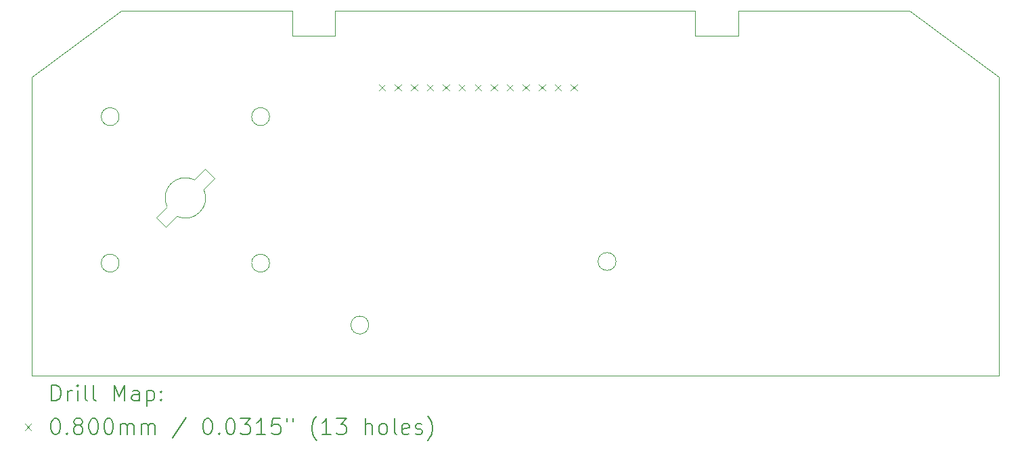
<source format=gbr>
%FSLAX45Y45*%
G04 Gerber Fmt 4.5, Leading zero omitted, Abs format (unit mm)*
G04 Created by KiCad (PCBNEW (6.0.0)) date 2022-03-13 17:56:58*
%MOMM*%
%LPD*%
G01*
G04 APERTURE LIST*
%TA.AperFunction,Profile*%
%ADD10C,0.100000*%
%TD*%
%ADD11C,0.200000*%
%ADD12C,0.080000*%
G04 APERTURE END LIST*
D10*
X8304000Y0D02*
X3801000Y0D01*
X2037006Y-2115729D02*
X2173548Y-1979186D01*
X1096000Y-1325000D02*
G75*
G03*
X1096000Y-1325000I-112000J0D01*
G01*
X1096000Y-3161000D02*
G75*
G03*
X1096000Y-3161000I-112000J0D01*
G01*
X8840000Y-311000D02*
X8304000Y-311000D01*
X8304000Y-311000D02*
X8304000Y0D01*
X3801000Y-311000D02*
X3801000Y0D01*
X7312000Y-3140000D02*
G75*
G03*
X7312000Y-3140000I-112000J0D01*
G01*
X1560486Y-2592248D02*
X1697029Y-2455706D01*
X2978000Y-3161000D02*
G75*
G03*
X2978000Y-3161000I-112000J0D01*
G01*
X8840000Y0D02*
X10987000Y0D01*
X2289514Y-2095152D02*
X2152971Y-2231694D01*
X3265000Y0D02*
X1118000Y0D01*
X3265000Y0D02*
X3265000Y-311000D01*
X1812994Y-2571671D02*
G75*
G03*
X2152971Y-2231694I111954J228023D01*
G01*
X2037006Y-2115729D02*
G75*
G03*
X1697029Y-2455706I-111954J-228023D01*
G01*
X10987000Y0D02*
X12105000Y-832000D01*
X1118000Y0D02*
X0Y-832000D01*
X2173548Y-1979186D02*
X2289514Y-2095152D01*
X3265000Y-311000D02*
X3801000Y-311000D01*
X1676452Y-2708214D02*
X1560486Y-2592248D01*
X2978000Y-1325000D02*
G75*
G03*
X2978000Y-1325000I-112000J0D01*
G01*
X4219000Y-3937000D02*
G75*
G03*
X4219000Y-3937000I-112000J0D01*
G01*
X8840000Y0D02*
X8840000Y-311000D01*
X1812994Y-2571671D02*
X1676452Y-2708214D01*
X0Y-4571000D02*
X12105000Y-4571000D01*
X0Y-832000D02*
X0Y-4571000D01*
X12105000Y-4571000D02*
X12105000Y-832000D01*
D11*
D12*
X4346000Y-918000D02*
X4426000Y-998000D01*
X4426000Y-918000D02*
X4346000Y-998000D01*
X4546000Y-918000D02*
X4626000Y-998000D01*
X4626000Y-918000D02*
X4546000Y-998000D01*
X4746000Y-918000D02*
X4826000Y-998000D01*
X4826000Y-918000D02*
X4746000Y-998000D01*
X4946000Y-918000D02*
X5026000Y-998000D01*
X5026000Y-918000D02*
X4946000Y-998000D01*
X5146000Y-918000D02*
X5226000Y-998000D01*
X5226000Y-918000D02*
X5146000Y-998000D01*
X5346000Y-918000D02*
X5426000Y-998000D01*
X5426000Y-918000D02*
X5346000Y-998000D01*
X5546000Y-918000D02*
X5626000Y-998000D01*
X5626000Y-918000D02*
X5546000Y-998000D01*
X5746000Y-918000D02*
X5826000Y-998000D01*
X5826000Y-918000D02*
X5746000Y-998000D01*
X5946000Y-918000D02*
X6026000Y-998000D01*
X6026000Y-918000D02*
X5946000Y-998000D01*
X6146000Y-918000D02*
X6226000Y-998000D01*
X6226000Y-918000D02*
X6146000Y-998000D01*
X6346000Y-918000D02*
X6426000Y-998000D01*
X6426000Y-918000D02*
X6346000Y-998000D01*
X6546000Y-918000D02*
X6626000Y-998000D01*
X6626000Y-918000D02*
X6546000Y-998000D01*
X6746000Y-918000D02*
X6826000Y-998000D01*
X6826000Y-918000D02*
X6746000Y-998000D01*
D11*
X252619Y-4886476D02*
X252619Y-4686476D01*
X300238Y-4686476D01*
X328810Y-4696000D01*
X347857Y-4715048D01*
X357381Y-4734095D01*
X366905Y-4772190D01*
X366905Y-4800762D01*
X357381Y-4838857D01*
X347857Y-4857905D01*
X328810Y-4876952D01*
X300238Y-4886476D01*
X252619Y-4886476D01*
X452619Y-4886476D02*
X452619Y-4753143D01*
X452619Y-4791238D02*
X462143Y-4772190D01*
X471667Y-4762667D01*
X490714Y-4753143D01*
X509762Y-4753143D01*
X576429Y-4886476D02*
X576429Y-4753143D01*
X576429Y-4686476D02*
X566905Y-4696000D01*
X576429Y-4705524D01*
X585952Y-4696000D01*
X576429Y-4686476D01*
X576429Y-4705524D01*
X700238Y-4886476D02*
X681190Y-4876952D01*
X671667Y-4857905D01*
X671667Y-4686476D01*
X805000Y-4886476D02*
X785952Y-4876952D01*
X776428Y-4857905D01*
X776428Y-4686476D01*
X1033571Y-4886476D02*
X1033571Y-4686476D01*
X1100238Y-4829333D01*
X1166905Y-4686476D01*
X1166905Y-4886476D01*
X1347857Y-4886476D02*
X1347857Y-4781714D01*
X1338333Y-4762667D01*
X1319286Y-4753143D01*
X1281190Y-4753143D01*
X1262143Y-4762667D01*
X1347857Y-4876952D02*
X1328810Y-4886476D01*
X1281190Y-4886476D01*
X1262143Y-4876952D01*
X1252619Y-4857905D01*
X1252619Y-4838857D01*
X1262143Y-4819810D01*
X1281190Y-4810286D01*
X1328810Y-4810286D01*
X1347857Y-4800762D01*
X1443095Y-4753143D02*
X1443095Y-4953143D01*
X1443095Y-4762667D02*
X1462143Y-4753143D01*
X1500238Y-4753143D01*
X1519286Y-4762667D01*
X1528809Y-4772190D01*
X1538333Y-4791238D01*
X1538333Y-4848381D01*
X1528809Y-4867429D01*
X1519286Y-4876952D01*
X1500238Y-4886476D01*
X1462143Y-4886476D01*
X1443095Y-4876952D01*
X1624048Y-4867429D02*
X1633571Y-4876952D01*
X1624048Y-4886476D01*
X1614524Y-4876952D01*
X1624048Y-4867429D01*
X1624048Y-4886476D01*
X1624048Y-4762667D02*
X1633571Y-4772190D01*
X1624048Y-4781714D01*
X1614524Y-4772190D01*
X1624048Y-4762667D01*
X1624048Y-4781714D01*
D12*
X-85000Y-5176000D02*
X-5000Y-5256000D01*
X-5000Y-5176000D02*
X-85000Y-5256000D01*
D11*
X290714Y-5106476D02*
X309762Y-5106476D01*
X328810Y-5116000D01*
X338333Y-5125524D01*
X347857Y-5144571D01*
X357381Y-5182667D01*
X357381Y-5230286D01*
X347857Y-5268381D01*
X338333Y-5287429D01*
X328810Y-5296952D01*
X309762Y-5306476D01*
X290714Y-5306476D01*
X271667Y-5296952D01*
X262143Y-5287429D01*
X252619Y-5268381D01*
X243095Y-5230286D01*
X243095Y-5182667D01*
X252619Y-5144571D01*
X262143Y-5125524D01*
X271667Y-5116000D01*
X290714Y-5106476D01*
X443095Y-5287429D02*
X452619Y-5296952D01*
X443095Y-5306476D01*
X433571Y-5296952D01*
X443095Y-5287429D01*
X443095Y-5306476D01*
X566905Y-5192190D02*
X547857Y-5182667D01*
X538333Y-5173143D01*
X528810Y-5154095D01*
X528810Y-5144571D01*
X538333Y-5125524D01*
X547857Y-5116000D01*
X566905Y-5106476D01*
X605000Y-5106476D01*
X624048Y-5116000D01*
X633571Y-5125524D01*
X643095Y-5144571D01*
X643095Y-5154095D01*
X633571Y-5173143D01*
X624048Y-5182667D01*
X605000Y-5192190D01*
X566905Y-5192190D01*
X547857Y-5201714D01*
X538333Y-5211238D01*
X528810Y-5230286D01*
X528810Y-5268381D01*
X538333Y-5287429D01*
X547857Y-5296952D01*
X566905Y-5306476D01*
X605000Y-5306476D01*
X624048Y-5296952D01*
X633571Y-5287429D01*
X643095Y-5268381D01*
X643095Y-5230286D01*
X633571Y-5211238D01*
X624048Y-5201714D01*
X605000Y-5192190D01*
X766905Y-5106476D02*
X785952Y-5106476D01*
X805000Y-5116000D01*
X814524Y-5125524D01*
X824048Y-5144571D01*
X833571Y-5182667D01*
X833571Y-5230286D01*
X824048Y-5268381D01*
X814524Y-5287429D01*
X805000Y-5296952D01*
X785952Y-5306476D01*
X766905Y-5306476D01*
X747857Y-5296952D01*
X738333Y-5287429D01*
X728809Y-5268381D01*
X719286Y-5230286D01*
X719286Y-5182667D01*
X728809Y-5144571D01*
X738333Y-5125524D01*
X747857Y-5116000D01*
X766905Y-5106476D01*
X957381Y-5106476D02*
X976428Y-5106476D01*
X995476Y-5116000D01*
X1005000Y-5125524D01*
X1014524Y-5144571D01*
X1024048Y-5182667D01*
X1024048Y-5230286D01*
X1014524Y-5268381D01*
X1005000Y-5287429D01*
X995476Y-5296952D01*
X976428Y-5306476D01*
X957381Y-5306476D01*
X938333Y-5296952D01*
X928809Y-5287429D01*
X919286Y-5268381D01*
X909762Y-5230286D01*
X909762Y-5182667D01*
X919286Y-5144571D01*
X928809Y-5125524D01*
X938333Y-5116000D01*
X957381Y-5106476D01*
X1109762Y-5306476D02*
X1109762Y-5173143D01*
X1109762Y-5192190D02*
X1119286Y-5182667D01*
X1138333Y-5173143D01*
X1166905Y-5173143D01*
X1185952Y-5182667D01*
X1195476Y-5201714D01*
X1195476Y-5306476D01*
X1195476Y-5201714D02*
X1205000Y-5182667D01*
X1224048Y-5173143D01*
X1252619Y-5173143D01*
X1271667Y-5182667D01*
X1281190Y-5201714D01*
X1281190Y-5306476D01*
X1376429Y-5306476D02*
X1376429Y-5173143D01*
X1376429Y-5192190D02*
X1385952Y-5182667D01*
X1405000Y-5173143D01*
X1433571Y-5173143D01*
X1452619Y-5182667D01*
X1462143Y-5201714D01*
X1462143Y-5306476D01*
X1462143Y-5201714D02*
X1471667Y-5182667D01*
X1490714Y-5173143D01*
X1519286Y-5173143D01*
X1538333Y-5182667D01*
X1547857Y-5201714D01*
X1547857Y-5306476D01*
X1938333Y-5096952D02*
X1766905Y-5354095D01*
X2195476Y-5106476D02*
X2214524Y-5106476D01*
X2233571Y-5116000D01*
X2243095Y-5125524D01*
X2252619Y-5144571D01*
X2262143Y-5182667D01*
X2262143Y-5230286D01*
X2252619Y-5268381D01*
X2243095Y-5287429D01*
X2233571Y-5296952D01*
X2214524Y-5306476D01*
X2195476Y-5306476D01*
X2176429Y-5296952D01*
X2166905Y-5287429D01*
X2157381Y-5268381D01*
X2147857Y-5230286D01*
X2147857Y-5182667D01*
X2157381Y-5144571D01*
X2166905Y-5125524D01*
X2176429Y-5116000D01*
X2195476Y-5106476D01*
X2347857Y-5287429D02*
X2357381Y-5296952D01*
X2347857Y-5306476D01*
X2338333Y-5296952D01*
X2347857Y-5287429D01*
X2347857Y-5306476D01*
X2481190Y-5106476D02*
X2500238Y-5106476D01*
X2519286Y-5116000D01*
X2528810Y-5125524D01*
X2538333Y-5144571D01*
X2547857Y-5182667D01*
X2547857Y-5230286D01*
X2538333Y-5268381D01*
X2528810Y-5287429D01*
X2519286Y-5296952D01*
X2500238Y-5306476D01*
X2481190Y-5306476D01*
X2462143Y-5296952D01*
X2452619Y-5287429D01*
X2443095Y-5268381D01*
X2433571Y-5230286D01*
X2433571Y-5182667D01*
X2443095Y-5144571D01*
X2452619Y-5125524D01*
X2462143Y-5116000D01*
X2481190Y-5106476D01*
X2614524Y-5106476D02*
X2738333Y-5106476D01*
X2671667Y-5182667D01*
X2700238Y-5182667D01*
X2719286Y-5192190D01*
X2728810Y-5201714D01*
X2738333Y-5220762D01*
X2738333Y-5268381D01*
X2728810Y-5287429D01*
X2719286Y-5296952D01*
X2700238Y-5306476D01*
X2643095Y-5306476D01*
X2624048Y-5296952D01*
X2614524Y-5287429D01*
X2928809Y-5306476D02*
X2814524Y-5306476D01*
X2871667Y-5306476D02*
X2871667Y-5106476D01*
X2852619Y-5135048D01*
X2833571Y-5154095D01*
X2814524Y-5163619D01*
X3109762Y-5106476D02*
X3014524Y-5106476D01*
X3005000Y-5201714D01*
X3014524Y-5192190D01*
X3033571Y-5182667D01*
X3081190Y-5182667D01*
X3100238Y-5192190D01*
X3109762Y-5201714D01*
X3119286Y-5220762D01*
X3119286Y-5268381D01*
X3109762Y-5287429D01*
X3100238Y-5296952D01*
X3081190Y-5306476D01*
X3033571Y-5306476D01*
X3014524Y-5296952D01*
X3005000Y-5287429D01*
X3195476Y-5106476D02*
X3195476Y-5144571D01*
X3271667Y-5106476D02*
X3271667Y-5144571D01*
X3566905Y-5382667D02*
X3557381Y-5373143D01*
X3538333Y-5344571D01*
X3528809Y-5325524D01*
X3519286Y-5296952D01*
X3509762Y-5249333D01*
X3509762Y-5211238D01*
X3519286Y-5163619D01*
X3528809Y-5135048D01*
X3538333Y-5116000D01*
X3557381Y-5087429D01*
X3566905Y-5077905D01*
X3747857Y-5306476D02*
X3633571Y-5306476D01*
X3690714Y-5306476D02*
X3690714Y-5106476D01*
X3671667Y-5135048D01*
X3652619Y-5154095D01*
X3633571Y-5163619D01*
X3814524Y-5106476D02*
X3938333Y-5106476D01*
X3871667Y-5182667D01*
X3900238Y-5182667D01*
X3919286Y-5192190D01*
X3928809Y-5201714D01*
X3938333Y-5220762D01*
X3938333Y-5268381D01*
X3928809Y-5287429D01*
X3919286Y-5296952D01*
X3900238Y-5306476D01*
X3843095Y-5306476D01*
X3824048Y-5296952D01*
X3814524Y-5287429D01*
X4176428Y-5306476D02*
X4176428Y-5106476D01*
X4262143Y-5306476D02*
X4262143Y-5201714D01*
X4252619Y-5182667D01*
X4233571Y-5173143D01*
X4205000Y-5173143D01*
X4185952Y-5182667D01*
X4176428Y-5192190D01*
X4385952Y-5306476D02*
X4366905Y-5296952D01*
X4357381Y-5287429D01*
X4347857Y-5268381D01*
X4347857Y-5211238D01*
X4357381Y-5192190D01*
X4366905Y-5182667D01*
X4385952Y-5173143D01*
X4414524Y-5173143D01*
X4433571Y-5182667D01*
X4443095Y-5192190D01*
X4452619Y-5211238D01*
X4452619Y-5268381D01*
X4443095Y-5287429D01*
X4433571Y-5296952D01*
X4414524Y-5306476D01*
X4385952Y-5306476D01*
X4566905Y-5306476D02*
X4547857Y-5296952D01*
X4538333Y-5277905D01*
X4538333Y-5106476D01*
X4719286Y-5296952D02*
X4700238Y-5306476D01*
X4662143Y-5306476D01*
X4643095Y-5296952D01*
X4633571Y-5277905D01*
X4633571Y-5201714D01*
X4643095Y-5182667D01*
X4662143Y-5173143D01*
X4700238Y-5173143D01*
X4719286Y-5182667D01*
X4728810Y-5201714D01*
X4728810Y-5220762D01*
X4633571Y-5239810D01*
X4805000Y-5296952D02*
X4824048Y-5306476D01*
X4862143Y-5306476D01*
X4881190Y-5296952D01*
X4890714Y-5277905D01*
X4890714Y-5268381D01*
X4881190Y-5249333D01*
X4862143Y-5239810D01*
X4833571Y-5239810D01*
X4814524Y-5230286D01*
X4805000Y-5211238D01*
X4805000Y-5201714D01*
X4814524Y-5182667D01*
X4833571Y-5173143D01*
X4862143Y-5173143D01*
X4881190Y-5182667D01*
X4957381Y-5382667D02*
X4966905Y-5373143D01*
X4985952Y-5344571D01*
X4995476Y-5325524D01*
X5005000Y-5296952D01*
X5014524Y-5249333D01*
X5014524Y-5211238D01*
X5005000Y-5163619D01*
X4995476Y-5135048D01*
X4985952Y-5116000D01*
X4966905Y-5087429D01*
X4957381Y-5077905D01*
M02*

</source>
